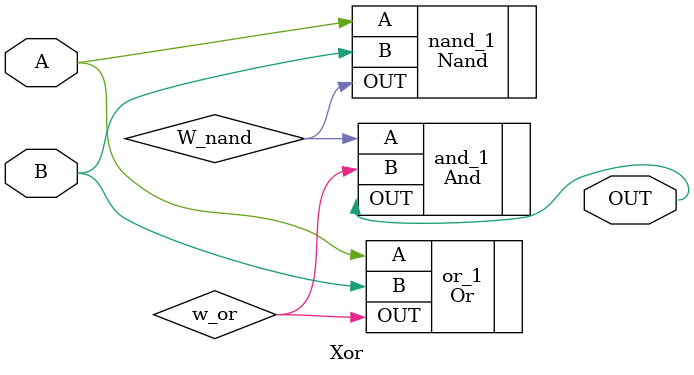
<source format=sv>
`include "nand.sv"
`include "or.sv"
`include "and.sv"

`ifndef __XOR__
  `define __XOR__
module Xor (
  input A, B,
  output OUT);
   wire                 w_nand, w_or;

   Nand nand_1(.A(A), .B(B), .OUT(W_nand));
   Or or_1(.A(A), .B(B), .OUT(w_or));
   And and_1(.A(W_nand), .B(w_or), .OUT(OUT));
endmodule // xOr
`endif

</source>
